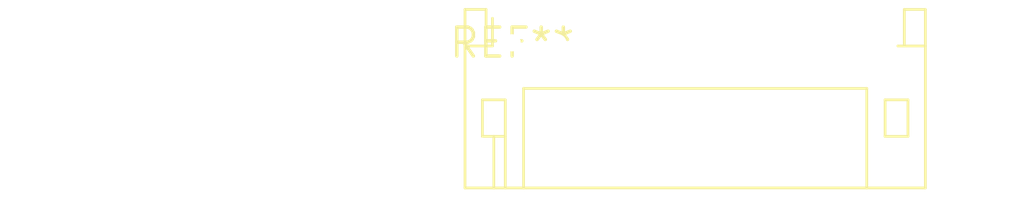
<source format=kicad_pcb>
(kicad_pcb (version 20240108) (generator pcbnew)
  (layers (0 "F.Cu" signal) (31 "B.Cu" signal) (34 "B.Paste" user) (35 "F.Paste" user) (36 "B.SilkS" user "B.Silkscreen") (37 "F.SilkS" user "F.Silkscreen") (38 "B.Mask" user) (39 "F.Mask" user) (44 "Edge.Cuts" user))
  (net 0 "")
  (footprint "JST_PH_S9B-PH-K_1x09_P2.00mm_Horizontal" (layer "F.Cu") (at 0 0)
    (property "Reference" "REF**")
    (property "Value" "JST_PH_S9B-PH-K_1x09_P2.00mm_Horizontal")
    (fp_line (start -2.06 -1.46) (end -2.06 6.36) (layer "F.SilkS") (stroke (width 0.12)))
    (fp_line (start -2.06 0.14) (end -1.14 0.14) (layer "F.SilkS") (stroke (width 0.12)))
    (fp_line (start -2.06 6.36) (end 18.06 6.36) (layer "F.SilkS") (stroke (width 0.12)))
    (fp_line (start -1.3 2.5) (end -1.3 4.1) (layer "F.SilkS") (stroke (width 0.12)))
    (fp_line (start -1.3 4.1) (end -0.3 4.1) (layer "F.SilkS") (stroke (width 0.12)))
    (fp_line (start -1.14 -1.46) (end -2.06 -1.46) (layer "F.SilkS") (stroke (width 0.12)))
    (fp_line (start -1.14 0.14) (end -1.14 -1.46) (layer "F.SilkS") (stroke (width 0.12)))
    (fp_line (start -0.86 0.14) (end -1.14 0.14) (layer "F.SilkS") (stroke (width 0.12)))
    (fp_line (start -0.86 0.14) (end -0.86 -1.075) (layer "F.SilkS") (stroke (width 0.12)))
    (fp_line (start -0.8 4.1) (end -0.8 6.36) (layer "F.SilkS") (stroke (width 0.12)))
    (fp_line (start -0.3 2.5) (end -1.3 2.5) (layer "F.SilkS") (stroke (width 0.12)))
    (fp_line (start -0.3 4.1) (end -0.3 2.5) (layer "F.SilkS") (stroke (width 0.12)))
    (fp_line (start -0.3 4.1) (end -0.3 6.36) (layer "F.SilkS") (stroke (width 0.12)))
    (fp_line (start 0.5 2) (end 15.5 2) (layer "F.SilkS") (stroke (width 0.12)))
    (fp_line (start 0.5 6.36) (end 0.5 2) (layer "F.SilkS") (stroke (width 0.12)))
    (fp_line (start 15.5 2) (end 15.5 6.36) (layer "F.SilkS") (stroke (width 0.12)))
    (fp_line (start 16.3 2.5) (end 17.3 2.5) (layer "F.SilkS") (stroke (width 0.12)))
    (fp_line (start 16.3 4.1) (end 16.3 2.5) (layer "F.SilkS") (stroke (width 0.12)))
    (fp_line (start 17.14 -1.46) (end 17.14 0.14) (layer "F.SilkS") (stroke (width 0.12)))
    (fp_line (start 17.14 0.14) (end 16.86 0.14) (layer "F.SilkS") (stroke (width 0.12)))
    (fp_line (start 17.3 2.5) (end 17.3 4.1) (layer "F.SilkS") (stroke (width 0.12)))
    (fp_line (start 17.3 4.1) (end 16.3 4.1) (layer "F.SilkS") (stroke (width 0.12)))
    (fp_line (start 18.06 -1.46) (end 17.14 -1.46) (layer "F.SilkS") (stroke (width 0.12)))
    (fp_line (start 18.06 0.14) (end 17.14 0.14) (layer "F.SilkS") (stroke (width 0.12)))
    (fp_line (start 18.06 6.36) (end 18.06 -1.46) (layer "F.SilkS") (stroke (width 0.12)))
    (pad "1" thru_hole roundrect (at 0 0) (size 1.2 1.75) (drill 0.75) (layers *.Cu *.Mask) (remove_unused_layers) (roundrect_rratio 0.208333))
    (pad "2" thru_hole oval (at 2 0) (size 1.2 1.75) (drill 0.75) (layers *.Cu *.Mask) (remove_unused_layers))
    (pad "3" thru_hole oval (at 4 0) (size 1.2 1.75) (drill 0.75) (layers *.Cu *.Mask) (remove_unused_layers))
    (pad "4" thru_hole oval (at 6 0) (size 1.2 1.75) (drill 0.75) (layers *.Cu *.Mask) (remove_unused_layers))
    (pad "5" thru_hole oval (at 8 0) (size 1.2 1.75) (drill 0.75) (layers *.Cu *.Mask) (remove_unused_layers))
    (pad "6" thru_hole oval (at 10 0) (size 1.2 1.75) (drill 0.75) (layers *.Cu *.Mask) (remove_unused_layers))
    (pad "7" thru_hole oval (at 12 0) (size 1.2 1.75) (drill 0.75) (layers *.Cu *.Mask) (remove_unused_layers))
    (pad "8" thru_hole oval (at 14 0) (size 1.2 1.75) (drill 0.75) (layers *.Cu *.Mask) (remove_unused_layers))
    (pad "9" thru_hole oval (at 16 0) (size 1.2 1.75) (drill 0.75) (layers *.Cu *.Mask) (remove_unused_layers))
  )
)
</source>
